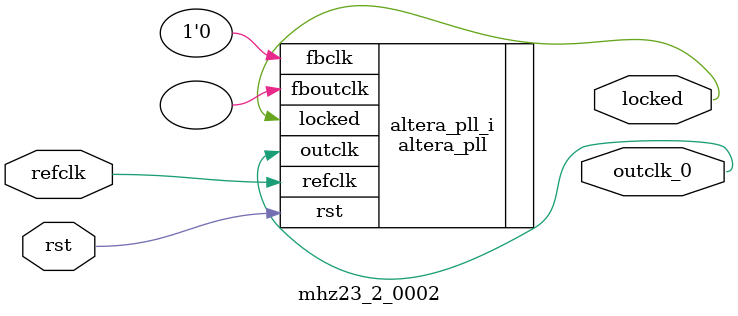
<source format=v>
`timescale 1ns/10ps
module  mhz23_2_0002(

	// interface 'refclk'
	input wire refclk,

	// interface 'reset'
	input wire rst,

	// interface 'outclk0'
	output wire outclk_0,

	// interface 'locked'
	output wire locked
);

	altera_pll #(
		.fractional_vco_multiplier("false"),
		.reference_clock_frequency("50.0 MHz"),
		.operation_mode("direct"),
		.number_of_clocks(1),
		.output_clock_frequency0("23.061224 MHz"),
		.phase_shift0("0 ps"),
		.duty_cycle0(50),
		.output_clock_frequency1("0 MHz"),
		.phase_shift1("0 ps"),
		.duty_cycle1(50),
		.output_clock_frequency2("0 MHz"),
		.phase_shift2("0 ps"),
		.duty_cycle2(50),
		.output_clock_frequency3("0 MHz"),
		.phase_shift3("0 ps"),
		.duty_cycle3(50),
		.output_clock_frequency4("0 MHz"),
		.phase_shift4("0 ps"),
		.duty_cycle4(50),
		.output_clock_frequency5("0 MHz"),
		.phase_shift5("0 ps"),
		.duty_cycle5(50),
		.output_clock_frequency6("0 MHz"),
		.phase_shift6("0 ps"),
		.duty_cycle6(50),
		.output_clock_frequency7("0 MHz"),
		.phase_shift7("0 ps"),
		.duty_cycle7(50),
		.output_clock_frequency8("0 MHz"),
		.phase_shift8("0 ps"),
		.duty_cycle8(50),
		.output_clock_frequency9("0 MHz"),
		.phase_shift9("0 ps"),
		.duty_cycle9(50),
		.output_clock_frequency10("0 MHz"),
		.phase_shift10("0 ps"),
		.duty_cycle10(50),
		.output_clock_frequency11("0 MHz"),
		.phase_shift11("0 ps"),
		.duty_cycle11(50),
		.output_clock_frequency12("0 MHz"),
		.phase_shift12("0 ps"),
		.duty_cycle12(50),
		.output_clock_frequency13("0 MHz"),
		.phase_shift13("0 ps"),
		.duty_cycle13(50),
		.output_clock_frequency14("0 MHz"),
		.phase_shift14("0 ps"),
		.duty_cycle14(50),
		.output_clock_frequency15("0 MHz"),
		.phase_shift15("0 ps"),
		.duty_cycle15(50),
		.output_clock_frequency16("0 MHz"),
		.phase_shift16("0 ps"),
		.duty_cycle16(50),
		.output_clock_frequency17("0 MHz"),
		.phase_shift17("0 ps"),
		.duty_cycle17(50),
		.pll_type("General"),
		.pll_subtype("General")
	) altera_pll_i (
		.rst	(rst),
		.outclk	({outclk_0}),
		.locked	(locked),
		.fboutclk	( ),
		.fbclk	(1'b0),
		.refclk	(refclk)
	);
endmodule


</source>
